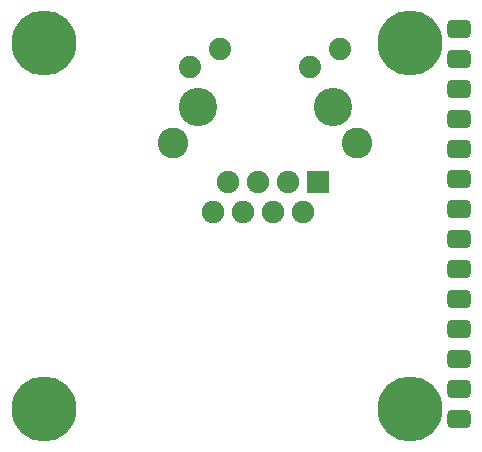
<source format=gbr>
%TF.GenerationSoftware,KiCad,Pcbnew,8.0.3*%
%TF.CreationDate,2024-12-09T21:22:52-05:00*%
%TF.ProjectId,Ethernet HAT,45746865-726e-4657-9420-4841542e6b69,rev?*%
%TF.SameCoordinates,Original*%
%TF.FileFunction,Soldermask,Bot*%
%TF.FilePolarity,Negative*%
%FSLAX46Y46*%
G04 Gerber Fmt 4.6, Leading zero omitted, Abs format (unit mm)*
G04 Created by KiCad (PCBNEW 8.0.3) date 2024-12-09 21:22:52*
%MOMM*%
%LPD*%
G01*
G04 APERTURE LIST*
G04 Aperture macros list*
%AMRoundRect*
0 Rectangle with rounded corners*
0 $1 Rounding radius*
0 $2 $3 $4 $5 $6 $7 $8 $9 X,Y pos of 4 corners*
0 Add a 4 corners polygon primitive as box body*
4,1,4,$2,$3,$4,$5,$6,$7,$8,$9,$2,$3,0*
0 Add four circle primitives for the rounded corners*
1,1,$1+$1,$2,$3*
1,1,$1+$1,$4,$5*
1,1,$1+$1,$6,$7*
1,1,$1+$1,$8,$9*
0 Add four rect primitives between the rounded corners*
20,1,$1+$1,$2,$3,$4,$5,0*
20,1,$1+$1,$4,$5,$6,$7,0*
20,1,$1+$1,$6,$7,$8,$9,0*
20,1,$1+$1,$8,$9,$2,$3,0*%
G04 Aperture macros list end*
%ADD10C,5.500000*%
%ADD11C,3.250000*%
%ADD12C,1.890000*%
%ADD13R,1.900000X1.900000*%
%ADD14C,1.900000*%
%ADD15C,2.600000*%
%ADD16RoundRect,0.381000X-0.619000X-0.381000X0.619000X-0.381000X0.619000X0.381000X-0.619000X0.381000X0*%
G04 APERTURE END LIST*
D10*
%TO.C,H2*%
X165500000Y-115500000D03*
%TD*%
%TO.C,H4*%
X165500000Y-84500000D03*
%TD*%
%TO.C,H1*%
X134500000Y-84500000D03*
%TD*%
%TO.C,H3*%
X134500000Y-115500000D03*
%TD*%
D11*
%TO.C,J1*%
X158940000Y-89950000D03*
X147510000Y-89950000D03*
D12*
X146900000Y-86570000D03*
X149440000Y-85050000D03*
X157010000Y-86570000D03*
X159550000Y-85050000D03*
D13*
X157670000Y-96290000D03*
D14*
X156400000Y-98830000D03*
X155130000Y-96290000D03*
X153860000Y-98830000D03*
X152590000Y-96290000D03*
X151320000Y-98830000D03*
X150050000Y-96290000D03*
X148780000Y-98830000D03*
D15*
X161000000Y-93000000D03*
X145450000Y-93000000D03*
%TD*%
D16*
%TO.C,J3*%
X169600000Y-83380000D03*
X169600000Y-85920000D03*
X169600000Y-88460000D03*
X169600000Y-91000000D03*
X169600000Y-93540000D03*
X169600000Y-96080000D03*
X169600000Y-98620000D03*
X169600000Y-101160000D03*
X169600000Y-103700000D03*
X169600000Y-106240000D03*
X169600000Y-108780000D03*
X169600000Y-111320000D03*
X169600000Y-113860000D03*
X169600000Y-116400000D03*
%TD*%
M02*

</source>
